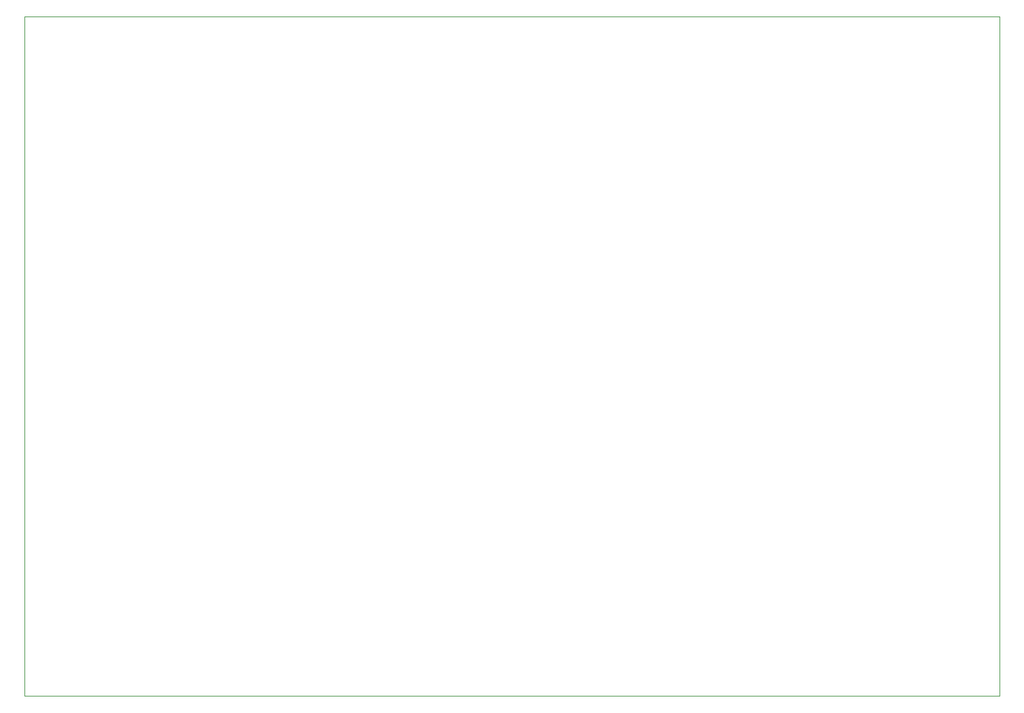
<source format=gbr>
%TF.GenerationSoftware,KiCad,Pcbnew,(5.1.9)-1*%
%TF.CreationDate,2021-04-10T21:56:04-07:00*%
%TF.ProjectId,Keyboard Proto,4b657962-6f61-4726-9420-50726f746f2e,rev?*%
%TF.SameCoordinates,Original*%
%TF.FileFunction,Profile,NP*%
%FSLAX46Y46*%
G04 Gerber Fmt 4.6, Leading zero omitted, Abs format (unit mm)*
G04 Created by KiCad (PCBNEW (5.1.9)-1) date 2021-04-10 21:56:04*
%MOMM*%
%LPD*%
G01*
G04 APERTURE LIST*
%TA.AperFunction,Profile*%
%ADD10C,0.050000*%
%TD*%
G04 APERTURE END LIST*
D10*
X90900000Y-55000000D02*
X90900000Y-142000000D01*
X90900000Y-142000000D02*
X215679000Y-142000000D01*
X215679000Y-55000000D02*
X215679000Y-142000000D01*
X90900000Y-55000000D02*
X215679000Y-55000000D01*
M02*

</source>
